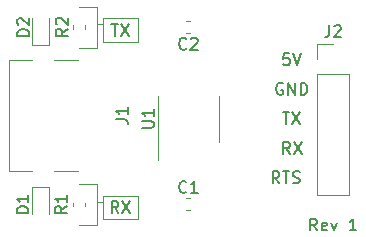
<source format=gbr>
G04 #@! TF.GenerationSoftware,KiCad,Pcbnew,(5.1.6)-1*
G04 #@! TF.CreationDate,2020-11-21T21:50:24+04:00*
G04 #@! TF.ProjectId,CH330N-USB-TO-UART-BOARD,43483333-304e-42d5-9553-422d544f2d55,rev?*
G04 #@! TF.SameCoordinates,Original*
G04 #@! TF.FileFunction,Legend,Top*
G04 #@! TF.FilePolarity,Positive*
%FSLAX46Y46*%
G04 Gerber Fmt 4.6, Leading zero omitted, Abs format (unit mm)*
G04 Created by KiCad (PCBNEW (5.1.6)-1) date 2020-11-21 21:50:24*
%MOMM*%
%LPD*%
G01*
G04 APERTURE LIST*
%ADD10C,0.150000*%
%ADD11C,0.120000*%
G04 APERTURE END LIST*
D10*
X126142857Y-104452380D02*
X125809523Y-103976190D01*
X125571428Y-104452380D02*
X125571428Y-103452380D01*
X125952380Y-103452380D01*
X126047619Y-103500000D01*
X126095238Y-103547619D01*
X126142857Y-103642857D01*
X126142857Y-103785714D01*
X126095238Y-103880952D01*
X126047619Y-103928571D01*
X125952380Y-103976190D01*
X125571428Y-103976190D01*
X126952380Y-104404761D02*
X126857142Y-104452380D01*
X126666666Y-104452380D01*
X126571428Y-104404761D01*
X126523809Y-104309523D01*
X126523809Y-103928571D01*
X126571428Y-103833333D01*
X126666666Y-103785714D01*
X126857142Y-103785714D01*
X126952380Y-103833333D01*
X127000000Y-103928571D01*
X127000000Y-104023809D01*
X126523809Y-104119047D01*
X127333333Y-103785714D02*
X127571428Y-104452380D01*
X127809523Y-103785714D01*
X129476190Y-104452380D02*
X128904761Y-104452380D01*
X129190476Y-104452380D02*
X129190476Y-103452380D01*
X129095238Y-103595238D01*
X129000000Y-103690476D01*
X128904761Y-103738095D01*
D11*
X108000000Y-88500000D02*
X108000000Y-87000000D01*
X111000000Y-88500000D02*
X108000000Y-88500000D01*
X111000000Y-88000000D02*
X111000000Y-88500000D01*
X111000000Y-86500000D02*
X111000000Y-88000000D01*
X110500000Y-86500000D02*
X111000000Y-86500000D01*
X108000000Y-86500000D02*
X110500000Y-86500000D01*
X108000000Y-87000000D02*
X108000000Y-86500000D01*
X107500000Y-87000000D02*
X108000000Y-87000000D01*
X108000000Y-103500000D02*
X108000000Y-102000000D01*
X111000000Y-103500000D02*
X108000000Y-103500000D01*
X111000000Y-101500000D02*
X111000000Y-103500000D01*
X108000000Y-101500000D02*
X111000000Y-101500000D01*
X108000000Y-102000000D02*
X108000000Y-101500000D01*
X107500000Y-102000000D02*
X108000000Y-102000000D01*
D10*
X109333333Y-102952380D02*
X109000000Y-102476190D01*
X108761904Y-102952380D02*
X108761904Y-101952380D01*
X109142857Y-101952380D01*
X109238095Y-102000000D01*
X109285714Y-102047619D01*
X109333333Y-102142857D01*
X109333333Y-102285714D01*
X109285714Y-102380952D01*
X109238095Y-102428571D01*
X109142857Y-102476190D01*
X108761904Y-102476190D01*
X109666666Y-101952380D02*
X110333333Y-102952380D01*
X110333333Y-101952380D02*
X109666666Y-102952380D01*
D11*
X107500000Y-104000000D02*
X106000000Y-104000000D01*
X107500000Y-100500000D02*
X107500000Y-104000000D01*
X106000000Y-100500000D02*
X107500000Y-100500000D01*
D10*
X108738095Y-86952380D02*
X109309523Y-86952380D01*
X109023809Y-87952380D02*
X109023809Y-86952380D01*
X109547619Y-86952380D02*
X110214285Y-87952380D01*
X110214285Y-86952380D02*
X109547619Y-87952380D01*
D11*
X107500000Y-89000000D02*
X106000000Y-89000000D01*
X107500000Y-85500000D02*
X107500000Y-89000000D01*
X106000000Y-85500000D02*
X107500000Y-85500000D01*
D10*
X122952380Y-100452380D02*
X122619047Y-99976190D01*
X122380952Y-100452380D02*
X122380952Y-99452380D01*
X122761904Y-99452380D01*
X122857142Y-99500000D01*
X122904761Y-99547619D01*
X122952380Y-99642857D01*
X122952380Y-99785714D01*
X122904761Y-99880952D01*
X122857142Y-99928571D01*
X122761904Y-99976190D01*
X122380952Y-99976190D01*
X123238095Y-99452380D02*
X123809523Y-99452380D01*
X123523809Y-100452380D02*
X123523809Y-99452380D01*
X124095238Y-100404761D02*
X124238095Y-100452380D01*
X124476190Y-100452380D01*
X124571428Y-100404761D01*
X124619047Y-100357142D01*
X124666666Y-100261904D01*
X124666666Y-100166666D01*
X124619047Y-100071428D01*
X124571428Y-100023809D01*
X124476190Y-99976190D01*
X124285714Y-99928571D01*
X124190476Y-99880952D01*
X124142857Y-99833333D01*
X124095238Y-99738095D01*
X124095238Y-99642857D01*
X124142857Y-99547619D01*
X124190476Y-99500000D01*
X124285714Y-99452380D01*
X124523809Y-99452380D01*
X124666666Y-99500000D01*
X123833333Y-97952380D02*
X123500000Y-97476190D01*
X123261904Y-97952380D02*
X123261904Y-96952380D01*
X123642857Y-96952380D01*
X123738095Y-97000000D01*
X123785714Y-97047619D01*
X123833333Y-97142857D01*
X123833333Y-97285714D01*
X123785714Y-97380952D01*
X123738095Y-97428571D01*
X123642857Y-97476190D01*
X123261904Y-97476190D01*
X124166666Y-96952380D02*
X124833333Y-97952380D01*
X124833333Y-96952380D02*
X124166666Y-97952380D01*
X123238095Y-94452380D02*
X123809523Y-94452380D01*
X123523809Y-95452380D02*
X123523809Y-94452380D01*
X124047619Y-94452380D02*
X124714285Y-95452380D01*
X124714285Y-94452380D02*
X124047619Y-95452380D01*
X123238095Y-92000000D02*
X123142857Y-91952380D01*
X123000000Y-91952380D01*
X122857142Y-92000000D01*
X122761904Y-92095238D01*
X122714285Y-92190476D01*
X122666666Y-92380952D01*
X122666666Y-92523809D01*
X122714285Y-92714285D01*
X122761904Y-92809523D01*
X122857142Y-92904761D01*
X123000000Y-92952380D01*
X123095238Y-92952380D01*
X123238095Y-92904761D01*
X123285714Y-92857142D01*
X123285714Y-92523809D01*
X123095238Y-92523809D01*
X123714285Y-92952380D02*
X123714285Y-91952380D01*
X124285714Y-92952380D01*
X124285714Y-91952380D01*
X124761904Y-92952380D02*
X124761904Y-91952380D01*
X125000000Y-91952380D01*
X125142857Y-92000000D01*
X125238095Y-92095238D01*
X125285714Y-92190476D01*
X125333333Y-92380952D01*
X125333333Y-92523809D01*
X125285714Y-92714285D01*
X125238095Y-92809523D01*
X125142857Y-92904761D01*
X125000000Y-92952380D01*
X124761904Y-92952380D01*
X123809523Y-89452380D02*
X123333333Y-89452380D01*
X123285714Y-89928571D01*
X123333333Y-89880952D01*
X123428571Y-89833333D01*
X123666666Y-89833333D01*
X123761904Y-89880952D01*
X123809523Y-89928571D01*
X123857142Y-90023809D01*
X123857142Y-90261904D01*
X123809523Y-90357142D01*
X123761904Y-90404761D01*
X123666666Y-90452380D01*
X123428571Y-90452380D01*
X123333333Y-90404761D01*
X123285714Y-90357142D01*
X124142857Y-89452380D02*
X124476190Y-90452380D01*
X124809523Y-89452380D01*
D11*
G04 #@! TO.C,D1*
X103485000Y-103050000D02*
X103485000Y-100765000D01*
X103485000Y-100765000D02*
X102015000Y-100765000D01*
X102015000Y-100765000D02*
X102015000Y-103050000D01*
G04 #@! TO.C,D2*
X102015000Y-86450000D02*
X102015000Y-88735000D01*
X102015000Y-88735000D02*
X103485000Y-88735000D01*
X103485000Y-88735000D02*
X103485000Y-86450000D01*
G04 #@! TO.C,R1*
X106510000Y-102087221D02*
X106510000Y-102412779D01*
X105490000Y-102087221D02*
X105490000Y-102412779D01*
G04 #@! TO.C,C1*
X115087221Y-101740000D02*
X115412779Y-101740000D01*
X115087221Y-102760000D02*
X115412779Y-102760000D01*
G04 #@! TO.C,C2*
X115412779Y-87760000D02*
X115087221Y-87760000D01*
X115412779Y-86740000D02*
X115087221Y-86740000D01*
G04 #@! TO.C,R2*
X105490000Y-87375279D02*
X105490000Y-87049721D01*
X106510000Y-87375279D02*
X106510000Y-87049721D01*
G04 #@! TO.C,U1*
X117810000Y-95000000D02*
X117810000Y-93050000D01*
X117810000Y-95000000D02*
X117810000Y-96950000D01*
X112690000Y-95000000D02*
X112690000Y-93050000D01*
X112690000Y-95000000D02*
X112690000Y-98450000D01*
G04 #@! TO.C,J1*
X102000000Y-90000000D02*
X100100000Y-90000000D01*
X105900000Y-90000000D02*
X103900000Y-90000000D01*
X102000000Y-99400000D02*
X100100000Y-99400000D01*
X105900000Y-99400000D02*
X103900000Y-99400000D01*
X100100000Y-90000000D02*
X100100000Y-99400000D01*
G04 #@! TO.C,J2*
X126170000Y-101450000D02*
X128830000Y-101450000D01*
X126170000Y-91230000D02*
X126170000Y-101450000D01*
X128830000Y-91230000D02*
X128830000Y-101450000D01*
X126170000Y-91230000D02*
X128830000Y-91230000D01*
X126170000Y-89960000D02*
X126170000Y-88630000D01*
X126170000Y-88630000D02*
X127500000Y-88630000D01*
G04 #@! TO.C,D1*
D10*
X101702380Y-102988095D02*
X100702380Y-102988095D01*
X100702380Y-102750000D01*
X100750000Y-102607142D01*
X100845238Y-102511904D01*
X100940476Y-102464285D01*
X101130952Y-102416666D01*
X101273809Y-102416666D01*
X101464285Y-102464285D01*
X101559523Y-102511904D01*
X101654761Y-102607142D01*
X101702380Y-102750000D01*
X101702380Y-102988095D01*
X101702380Y-101464285D02*
X101702380Y-102035714D01*
X101702380Y-101750000D02*
X100702380Y-101750000D01*
X100845238Y-101845238D01*
X100940476Y-101940476D01*
X100988095Y-102035714D01*
G04 #@! TO.C,D2*
X101772380Y-87988095D02*
X100772380Y-87988095D01*
X100772380Y-87750000D01*
X100820000Y-87607142D01*
X100915238Y-87511904D01*
X101010476Y-87464285D01*
X101200952Y-87416666D01*
X101343809Y-87416666D01*
X101534285Y-87464285D01*
X101629523Y-87511904D01*
X101724761Y-87607142D01*
X101772380Y-87750000D01*
X101772380Y-87988095D01*
X100867619Y-87035714D02*
X100820000Y-86988095D01*
X100772380Y-86892857D01*
X100772380Y-86654761D01*
X100820000Y-86559523D01*
X100867619Y-86511904D01*
X100962857Y-86464285D01*
X101058095Y-86464285D01*
X101200952Y-86511904D01*
X101772380Y-87083333D01*
X101772380Y-86464285D01*
G04 #@! TO.C,R1*
X104952380Y-102416666D02*
X104476190Y-102750000D01*
X104952380Y-102988095D02*
X103952380Y-102988095D01*
X103952380Y-102607142D01*
X104000000Y-102511904D01*
X104047619Y-102464285D01*
X104142857Y-102416666D01*
X104285714Y-102416666D01*
X104380952Y-102464285D01*
X104428571Y-102511904D01*
X104476190Y-102607142D01*
X104476190Y-102988095D01*
X104952380Y-101464285D02*
X104952380Y-102035714D01*
X104952380Y-101750000D02*
X103952380Y-101750000D01*
X104095238Y-101845238D01*
X104190476Y-101940476D01*
X104238095Y-102035714D01*
G04 #@! TO.C,C1*
X115083333Y-101177142D02*
X115035714Y-101224761D01*
X114892857Y-101272380D01*
X114797619Y-101272380D01*
X114654761Y-101224761D01*
X114559523Y-101129523D01*
X114511904Y-101034285D01*
X114464285Y-100843809D01*
X114464285Y-100700952D01*
X114511904Y-100510476D01*
X114559523Y-100415238D01*
X114654761Y-100320000D01*
X114797619Y-100272380D01*
X114892857Y-100272380D01*
X115035714Y-100320000D01*
X115083333Y-100367619D01*
X116035714Y-101272380D02*
X115464285Y-101272380D01*
X115750000Y-101272380D02*
X115750000Y-100272380D01*
X115654761Y-100415238D01*
X115559523Y-100510476D01*
X115464285Y-100558095D01*
G04 #@! TO.C,C2*
X115083333Y-89037142D02*
X115035714Y-89084761D01*
X114892857Y-89132380D01*
X114797619Y-89132380D01*
X114654761Y-89084761D01*
X114559523Y-88989523D01*
X114511904Y-88894285D01*
X114464285Y-88703809D01*
X114464285Y-88560952D01*
X114511904Y-88370476D01*
X114559523Y-88275238D01*
X114654761Y-88180000D01*
X114797619Y-88132380D01*
X114892857Y-88132380D01*
X115035714Y-88180000D01*
X115083333Y-88227619D01*
X115464285Y-88227619D02*
X115511904Y-88180000D01*
X115607142Y-88132380D01*
X115845238Y-88132380D01*
X115940476Y-88180000D01*
X115988095Y-88227619D01*
X116035714Y-88322857D01*
X116035714Y-88418095D01*
X115988095Y-88560952D01*
X115416666Y-89132380D01*
X116035714Y-89132380D01*
G04 #@! TO.C,R2*
X105022380Y-87379166D02*
X104546190Y-87712500D01*
X105022380Y-87950595D02*
X104022380Y-87950595D01*
X104022380Y-87569642D01*
X104070000Y-87474404D01*
X104117619Y-87426785D01*
X104212857Y-87379166D01*
X104355714Y-87379166D01*
X104450952Y-87426785D01*
X104498571Y-87474404D01*
X104546190Y-87569642D01*
X104546190Y-87950595D01*
X104117619Y-86998214D02*
X104070000Y-86950595D01*
X104022380Y-86855357D01*
X104022380Y-86617261D01*
X104070000Y-86522023D01*
X104117619Y-86474404D01*
X104212857Y-86426785D01*
X104308095Y-86426785D01*
X104450952Y-86474404D01*
X105022380Y-87045833D01*
X105022380Y-86426785D01*
G04 #@! TO.C,U1*
X111302380Y-95761904D02*
X112111904Y-95761904D01*
X112207142Y-95714285D01*
X112254761Y-95666666D01*
X112302380Y-95571428D01*
X112302380Y-95380952D01*
X112254761Y-95285714D01*
X112207142Y-95238095D01*
X112111904Y-95190476D01*
X111302380Y-95190476D01*
X112302380Y-94190476D02*
X112302380Y-94761904D01*
X112302380Y-94476190D02*
X111302380Y-94476190D01*
X111445238Y-94571428D01*
X111540476Y-94666666D01*
X111588095Y-94761904D01*
G04 #@! TO.C,J1*
X109097380Y-95033333D02*
X109811666Y-95033333D01*
X109954523Y-95080952D01*
X110049761Y-95176190D01*
X110097380Y-95319047D01*
X110097380Y-95414285D01*
X110097380Y-94033333D02*
X110097380Y-94604761D01*
X110097380Y-94319047D02*
X109097380Y-94319047D01*
X109240238Y-94414285D01*
X109335476Y-94509523D01*
X109383095Y-94604761D01*
G04 #@! TO.C,J2*
X127166666Y-87082380D02*
X127166666Y-87796666D01*
X127119047Y-87939523D01*
X127023809Y-88034761D01*
X126880952Y-88082380D01*
X126785714Y-88082380D01*
X127595238Y-87177619D02*
X127642857Y-87130000D01*
X127738095Y-87082380D01*
X127976190Y-87082380D01*
X128071428Y-87130000D01*
X128119047Y-87177619D01*
X128166666Y-87272857D01*
X128166666Y-87368095D01*
X128119047Y-87510952D01*
X127547619Y-88082380D01*
X128166666Y-88082380D01*
G04 #@! TD*
M02*

</source>
